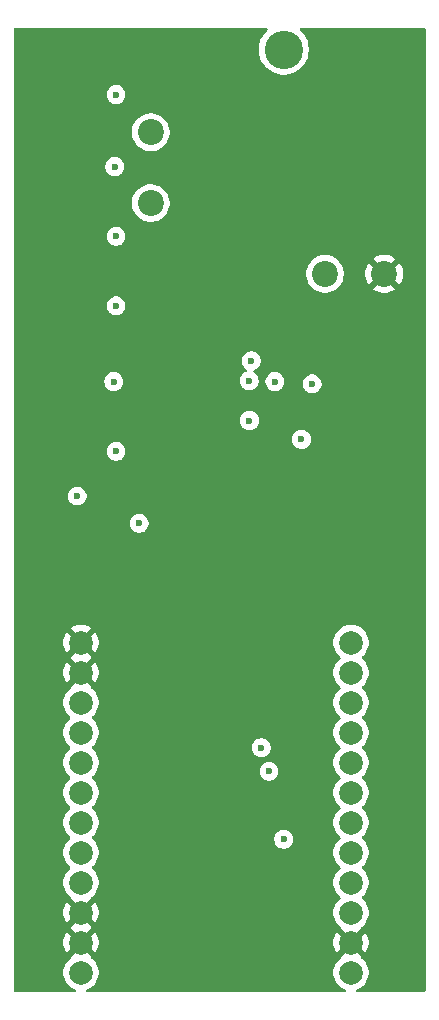
<source format=gbr>
%TF.GenerationSoftware,KiCad,Pcbnew,9.0.4*%
%TF.CreationDate,2025-08-31T21:44:58-07:00*%
%TF.ProjectId,motion-play-v4,6d6f7469-6f6e-42d7-906c-61792d76342e,rev?*%
%TF.SameCoordinates,Original*%
%TF.FileFunction,Copper,L2,Inr*%
%TF.FilePolarity,Positive*%
%FSLAX46Y46*%
G04 Gerber Fmt 4.6, Leading zero omitted, Abs format (unit mm)*
G04 Created by KiCad (PCBNEW 9.0.4) date 2025-08-31 21:44:58*
%MOMM*%
%LPD*%
G01*
G04 APERTURE LIST*
%TA.AperFunction,ComponentPad*%
%ADD10C,2.000000*%
%TD*%
%TA.AperFunction,WasherPad*%
%ADD11C,3.250000*%
%TD*%
%TA.AperFunction,ComponentPad*%
%ADD12C,2.200000*%
%TD*%
%TA.AperFunction,ViaPad*%
%ADD13C,0.600000*%
%TD*%
G04 APERTURE END LIST*
D10*
%TO.N,Net-(3V2-Pad1)*%
%TO.C,U2*%
X164700000Y-112100000D03*
%TO.N,Net-(U2-1)*%
X164700000Y-114640000D03*
%TO.N,Net-(J3-Pin_2)*%
X164700000Y-117180000D03*
%TO.N,Net-(U2-3)*%
X164700000Y-119720000D03*
%TO.N,Net-(U2-10)*%
X164700000Y-122260000D03*
%TO.N,Net-(J4-Pin_3)*%
X164700000Y-124800000D03*
%TO.N,Net-(J6-Pin_3)*%
X164700000Y-127340000D03*
%TO.N,Net-(J8-Pin_3)*%
X164700000Y-129880000D03*
%TO.N,unconnected-(U2-NC-Pad9)*%
X164700000Y-132420000D03*
%TO.N,unconnected-(U2-NC-Pad10)*%
X164700000Y-134960000D03*
%TO.N,/GND*%
X164700000Y-137500000D03*
%TO.N,/+5V*%
X164700000Y-140040000D03*
%TO.N,/GND*%
X141838136Y-112100000D03*
X141838136Y-114640000D03*
%TO.N,/SDA*%
X141838136Y-117180000D03*
%TO.N,/SCL*%
X141838136Y-119720000D03*
%TO.N,Net-(U2-18)*%
X141838136Y-122260000D03*
%TO.N,Net-(U2-17)*%
X141838136Y-124800000D03*
%TO.N,Net-(U2-21)*%
X141838136Y-127340000D03*
%TO.N,Net-(U2-16)*%
X141838136Y-129880000D03*
%TO.N,unconnected-(U2-NC-Pad21)*%
X141838136Y-132420000D03*
%TO.N,/GND*%
X141838136Y-134960000D03*
X141838136Y-137500000D03*
%TO.N,Net-(3V1-Pad1)*%
X141838136Y-140040000D03*
%TD*%
D11*
%TO.N,*%
%TO.C,J2*%
X158997500Y-61887500D03*
D12*
%TO.N,/GND*%
X167497500Y-80887500D03*
%TO.N,/+5V*%
X162497500Y-80887500D03*
%TO.N,N/C*%
X147747500Y-74887500D03*
X147747500Y-68887500D03*
%TD*%
D13*
%TO.N,/+3.3V*%
X144800000Y-83600000D03*
X146750000Y-102000000D03*
X156100000Y-93300000D03*
X144600000Y-90000000D03*
X156075000Y-89922500D03*
X144800000Y-95900000D03*
X144700000Y-71800000D03*
X144800000Y-65700000D03*
X144800000Y-77700000D03*
X141500000Y-99700000D03*
%TO.N,/GND*%
X147197500Y-100200000D03*
X154125001Y-90049173D03*
X152597500Y-100400000D03*
X151097500Y-100200000D03*
X148875000Y-86322500D03*
X161400000Y-86200000D03*
X159500000Y-99250000D03*
X156075000Y-86422500D03*
X155475000Y-87022500D03*
X162597500Y-100200000D03*
X141500000Y-100700000D03*
%TO.N,/+5V*%
X161397500Y-90200000D03*
X160497500Y-94900000D03*
%TO.N,Net-(J4-Pin_3)*%
X157100000Y-121000000D03*
%TO.N,Net-(J6-Pin_3)*%
X157750000Y-123000000D03*
%TO.N,Net-(J8-Pin_3)*%
X159000000Y-128750000D03*
%TO.N,Net-(U2-10)*%
X156250000Y-88250000D03*
X158250000Y-90000000D03*
%TD*%
%TA.AperFunction,Conductor*%
%TO.N,/GND*%
G36*
X157601755Y-60070185D02*
G01*
X157647510Y-60122989D01*
X157657454Y-60192147D01*
X157628429Y-60255703D01*
X157610201Y-60272877D01*
X157593051Y-60286035D01*
X157396039Y-60483047D01*
X157396033Y-60483054D01*
X157226425Y-60704093D01*
X157226414Y-60704109D01*
X157087109Y-60945390D01*
X157087104Y-60945401D01*
X156980484Y-61202804D01*
X156980481Y-61202814D01*
X156908369Y-61471943D01*
X156908366Y-61471956D01*
X156872001Y-61748177D01*
X156872000Y-61748193D01*
X156872000Y-62026806D01*
X156872001Y-62026822D01*
X156908366Y-62303043D01*
X156908367Y-62303048D01*
X156908368Y-62303054D01*
X156908369Y-62303056D01*
X156980481Y-62572185D01*
X156980484Y-62572195D01*
X157087104Y-62829598D01*
X157087109Y-62829609D01*
X157226414Y-63070890D01*
X157226425Y-63070906D01*
X157396033Y-63291945D01*
X157396039Y-63291952D01*
X157593047Y-63488960D01*
X157593053Y-63488965D01*
X157814102Y-63658581D01*
X157814109Y-63658585D01*
X158055390Y-63797890D01*
X158055395Y-63797892D01*
X158055398Y-63797894D01*
X158312814Y-63904519D01*
X158581946Y-63976632D01*
X158858187Y-64013000D01*
X158858194Y-64013000D01*
X159136806Y-64013000D01*
X159136813Y-64013000D01*
X159413054Y-63976632D01*
X159682186Y-63904519D01*
X159939602Y-63797894D01*
X160180898Y-63658581D01*
X160401947Y-63488965D01*
X160598965Y-63291947D01*
X160768581Y-63070898D01*
X160907894Y-62829602D01*
X161014519Y-62572186D01*
X161086632Y-62303054D01*
X161123000Y-62026813D01*
X161123000Y-61748187D01*
X161086632Y-61471946D01*
X161014519Y-61202814D01*
X160907894Y-60945398D01*
X160907892Y-60945395D01*
X160907890Y-60945390D01*
X160768585Y-60704109D01*
X160768581Y-60704102D01*
X160598965Y-60483053D01*
X160598960Y-60483047D01*
X160401948Y-60286035D01*
X160384799Y-60272877D01*
X160343595Y-60216450D01*
X160339440Y-60146704D01*
X160373651Y-60085783D01*
X160435368Y-60053029D01*
X160460284Y-60050500D01*
X170888000Y-60050500D01*
X170955039Y-60070185D01*
X171000794Y-60122989D01*
X171012000Y-60174500D01*
X171012000Y-141575500D01*
X170992315Y-141642539D01*
X170939511Y-141688294D01*
X170888000Y-141699500D01*
X165231210Y-141699500D01*
X165164171Y-141679815D01*
X165118416Y-141627011D01*
X165108472Y-141557853D01*
X165137497Y-141494297D01*
X165192890Y-141457569D01*
X165275992Y-141430568D01*
X165486433Y-141323343D01*
X165677510Y-141184517D01*
X165844517Y-141017510D01*
X165983343Y-140826433D01*
X166090568Y-140615992D01*
X166163553Y-140391368D01*
X166200500Y-140158097D01*
X166200500Y-139921902D01*
X166163553Y-139688631D01*
X166090566Y-139464003D01*
X165983342Y-139253566D01*
X165844517Y-139062490D01*
X165677510Y-138895483D01*
X165618282Y-138852451D01*
X165575617Y-138797122D01*
X165567550Y-138742404D01*
X165569104Y-138722657D01*
X164829408Y-137982962D01*
X164892993Y-137965925D01*
X165007007Y-137900099D01*
X165100099Y-137807007D01*
X165165925Y-137692993D01*
X165182962Y-137629408D01*
X165922658Y-138369105D01*
X165922658Y-138369104D01*
X165982914Y-138286169D01*
X165982918Y-138286163D01*
X166090102Y-138075802D01*
X166163065Y-137851247D01*
X166200000Y-137618052D01*
X166200000Y-137381947D01*
X166163065Y-137148752D01*
X166090102Y-136924197D01*
X165982914Y-136713828D01*
X165922658Y-136630894D01*
X165922658Y-136630893D01*
X165182962Y-137370590D01*
X165165925Y-137307007D01*
X165100099Y-137192993D01*
X165007007Y-137099901D01*
X164892993Y-137034075D01*
X164829409Y-137017037D01*
X165569105Y-136277340D01*
X165567551Y-136257594D01*
X165581915Y-136189216D01*
X165618284Y-136147547D01*
X165677510Y-136104517D01*
X165844517Y-135937510D01*
X165983343Y-135746433D01*
X166090568Y-135535992D01*
X166163553Y-135311368D01*
X166188637Y-135152993D01*
X166200500Y-135078097D01*
X166200500Y-134841902D01*
X166163553Y-134608631D01*
X166090566Y-134384003D01*
X165983477Y-134173830D01*
X165983343Y-134173567D01*
X165844517Y-133982490D01*
X165677510Y-133815483D01*
X165642872Y-133790317D01*
X165600207Y-133734989D01*
X165594228Y-133665375D01*
X165626833Y-133603580D01*
X165642873Y-133589682D01*
X165677510Y-133564517D01*
X165844517Y-133397510D01*
X165983343Y-133206433D01*
X166090568Y-132995992D01*
X166163553Y-132771368D01*
X166200500Y-132538097D01*
X166200500Y-132301902D01*
X166163553Y-132068631D01*
X166090566Y-131844003D01*
X165983342Y-131633566D01*
X165844517Y-131442490D01*
X165677510Y-131275483D01*
X165642872Y-131250317D01*
X165600207Y-131194989D01*
X165594228Y-131125375D01*
X165626833Y-131063580D01*
X165642873Y-131049682D01*
X165677510Y-131024517D01*
X165844517Y-130857510D01*
X165983343Y-130666433D01*
X166090568Y-130455992D01*
X166163553Y-130231368D01*
X166200500Y-129998097D01*
X166200500Y-129761902D01*
X166163553Y-129528631D01*
X166090566Y-129304003D01*
X166001488Y-129129179D01*
X165983343Y-129093567D01*
X165844517Y-128902490D01*
X165677510Y-128735483D01*
X165642872Y-128710317D01*
X165600207Y-128654989D01*
X165594228Y-128585375D01*
X165626833Y-128523580D01*
X165642873Y-128509682D01*
X165677510Y-128484517D01*
X165844517Y-128317510D01*
X165983343Y-128126433D01*
X166090568Y-127915992D01*
X166163553Y-127691368D01*
X166200500Y-127458097D01*
X166200500Y-127221902D01*
X166163553Y-126988631D01*
X166090566Y-126764003D01*
X165983342Y-126553566D01*
X165844517Y-126362490D01*
X165677510Y-126195483D01*
X165642872Y-126170317D01*
X165600207Y-126114989D01*
X165594228Y-126045375D01*
X165626833Y-125983580D01*
X165642873Y-125969682D01*
X165677510Y-125944517D01*
X165844517Y-125777510D01*
X165983343Y-125586433D01*
X166090568Y-125375992D01*
X166163553Y-125151368D01*
X166200500Y-124918097D01*
X166200500Y-124681902D01*
X166163553Y-124448631D01*
X166090566Y-124224003D01*
X165983342Y-124013566D01*
X165844517Y-123822490D01*
X165677510Y-123655483D01*
X165642872Y-123630317D01*
X165600207Y-123574989D01*
X165594228Y-123505375D01*
X165626833Y-123443580D01*
X165642873Y-123429682D01*
X165677510Y-123404517D01*
X165844517Y-123237510D01*
X165983343Y-123046433D01*
X166090568Y-122835992D01*
X166163553Y-122611368D01*
X166200500Y-122378097D01*
X166200500Y-122141902D01*
X166163553Y-121908631D01*
X166090566Y-121684003D01*
X166002055Y-121510292D01*
X165983343Y-121473567D01*
X165844517Y-121282490D01*
X165677510Y-121115483D01*
X165642872Y-121090317D01*
X165600207Y-121034989D01*
X165594228Y-120965375D01*
X165626833Y-120903580D01*
X165642873Y-120889682D01*
X165677510Y-120864517D01*
X165844517Y-120697510D01*
X165983343Y-120506433D01*
X166090568Y-120295992D01*
X166163553Y-120071368D01*
X166200500Y-119838097D01*
X166200500Y-119601902D01*
X166163553Y-119368631D01*
X166090566Y-119144003D01*
X165983342Y-118933566D01*
X165844517Y-118742490D01*
X165677510Y-118575483D01*
X165642872Y-118550317D01*
X165600207Y-118494989D01*
X165594228Y-118425375D01*
X165626833Y-118363580D01*
X165642873Y-118349682D01*
X165677510Y-118324517D01*
X165844517Y-118157510D01*
X165983343Y-117966433D01*
X166090568Y-117755992D01*
X166163553Y-117531368D01*
X166200500Y-117298097D01*
X166200500Y-117061902D01*
X166163553Y-116828631D01*
X166090566Y-116604003D01*
X165983342Y-116393566D01*
X165844517Y-116202490D01*
X165677510Y-116035483D01*
X165642872Y-116010317D01*
X165600207Y-115954989D01*
X165594228Y-115885375D01*
X165626833Y-115823580D01*
X165642873Y-115809682D01*
X165677510Y-115784517D01*
X165844517Y-115617510D01*
X165983343Y-115426433D01*
X166090568Y-115215992D01*
X166163553Y-114991368D01*
X166188637Y-114832993D01*
X166200500Y-114758097D01*
X166200500Y-114521902D01*
X166163553Y-114288631D01*
X166090566Y-114064003D01*
X165983477Y-113853830D01*
X165983343Y-113853567D01*
X165844517Y-113662490D01*
X165677510Y-113495483D01*
X165642872Y-113470317D01*
X165600207Y-113414989D01*
X165594228Y-113345375D01*
X165626833Y-113283580D01*
X165642873Y-113269682D01*
X165677510Y-113244517D01*
X165844517Y-113077510D01*
X165983343Y-112886433D01*
X166090568Y-112675992D01*
X166163553Y-112451368D01*
X166188637Y-112292993D01*
X166200500Y-112218097D01*
X166200500Y-111981902D01*
X166163553Y-111748631D01*
X166090566Y-111524003D01*
X165983477Y-111313830D01*
X165983343Y-111313567D01*
X165844517Y-111122490D01*
X165677510Y-110955483D01*
X165486433Y-110816657D01*
X165275996Y-110709433D01*
X165051368Y-110636446D01*
X164818097Y-110599500D01*
X164818092Y-110599500D01*
X164581908Y-110599500D01*
X164581903Y-110599500D01*
X164348631Y-110636446D01*
X164124003Y-110709433D01*
X163913566Y-110816657D01*
X163830047Y-110877338D01*
X163722490Y-110955483D01*
X163722488Y-110955485D01*
X163722487Y-110955485D01*
X163555485Y-111122487D01*
X163555485Y-111122488D01*
X163555483Y-111122490D01*
X163495862Y-111204550D01*
X163416657Y-111313566D01*
X163309433Y-111524003D01*
X163236446Y-111748631D01*
X163199500Y-111981902D01*
X163199500Y-112218097D01*
X163236446Y-112451368D01*
X163309433Y-112675996D01*
X163416519Y-112886163D01*
X163416657Y-112886433D01*
X163555483Y-113077510D01*
X163722490Y-113244517D01*
X163757127Y-113269683D01*
X163799792Y-113325013D01*
X163805771Y-113394626D01*
X163773165Y-113456421D01*
X163757130Y-113470315D01*
X163739365Y-113483222D01*
X163722488Y-113495484D01*
X163555485Y-113662487D01*
X163555485Y-113662488D01*
X163555483Y-113662490D01*
X163495862Y-113744550D01*
X163416657Y-113853566D01*
X163309433Y-114064003D01*
X163236446Y-114288631D01*
X163199500Y-114521902D01*
X163199500Y-114758097D01*
X163236446Y-114991368D01*
X163309433Y-115215996D01*
X163416519Y-115426163D01*
X163416657Y-115426433D01*
X163555483Y-115617510D01*
X163722490Y-115784517D01*
X163757127Y-115809683D01*
X163799792Y-115865013D01*
X163805771Y-115934626D01*
X163773165Y-115996421D01*
X163757130Y-116010315D01*
X163739365Y-116023222D01*
X163722488Y-116035484D01*
X163555485Y-116202487D01*
X163555485Y-116202488D01*
X163555483Y-116202490D01*
X163495862Y-116284550D01*
X163416657Y-116393566D01*
X163309433Y-116604003D01*
X163236446Y-116828631D01*
X163199500Y-117061902D01*
X163199500Y-117298097D01*
X163236446Y-117531368D01*
X163309433Y-117755996D01*
X163416657Y-117966433D01*
X163555483Y-118157510D01*
X163722490Y-118324517D01*
X163757127Y-118349683D01*
X163799792Y-118405013D01*
X163805771Y-118474626D01*
X163773165Y-118536421D01*
X163757130Y-118550315D01*
X163739365Y-118563222D01*
X163722488Y-118575484D01*
X163555485Y-118742487D01*
X163555485Y-118742488D01*
X163555483Y-118742490D01*
X163495862Y-118824550D01*
X163416657Y-118933566D01*
X163309433Y-119144003D01*
X163236446Y-119368631D01*
X163199500Y-119601902D01*
X163199500Y-119838097D01*
X163236446Y-120071368D01*
X163309433Y-120295996D01*
X163408135Y-120489707D01*
X163416657Y-120506433D01*
X163555483Y-120697510D01*
X163722490Y-120864517D01*
X163757127Y-120889683D01*
X163799792Y-120945013D01*
X163805771Y-121014626D01*
X163773165Y-121076421D01*
X163757130Y-121090315D01*
X163739365Y-121103222D01*
X163722488Y-121115484D01*
X163555485Y-121282487D01*
X163555485Y-121282488D01*
X163555483Y-121282490D01*
X163495862Y-121364550D01*
X163416657Y-121473566D01*
X163309433Y-121684003D01*
X163236446Y-121908631D01*
X163199500Y-122141902D01*
X163199500Y-122378097D01*
X163236446Y-122611368D01*
X163309433Y-122835996D01*
X163352826Y-122921158D01*
X163416657Y-123046433D01*
X163555483Y-123237510D01*
X163722490Y-123404517D01*
X163757127Y-123429683D01*
X163799792Y-123485013D01*
X163805771Y-123554626D01*
X163773165Y-123616421D01*
X163757130Y-123630315D01*
X163739365Y-123643222D01*
X163722488Y-123655484D01*
X163555485Y-123822487D01*
X163555485Y-123822488D01*
X163555483Y-123822490D01*
X163495862Y-123904550D01*
X163416657Y-124013566D01*
X163309433Y-124224003D01*
X163236446Y-124448631D01*
X163199500Y-124681902D01*
X163199500Y-124918097D01*
X163236446Y-125151368D01*
X163309433Y-125375996D01*
X163416657Y-125586433D01*
X163555483Y-125777510D01*
X163722490Y-125944517D01*
X163757127Y-125969683D01*
X163799792Y-126025013D01*
X163805771Y-126094626D01*
X163773165Y-126156421D01*
X163757130Y-126170315D01*
X163739365Y-126183222D01*
X163722488Y-126195484D01*
X163555485Y-126362487D01*
X163555485Y-126362488D01*
X163555483Y-126362490D01*
X163495862Y-126444550D01*
X163416657Y-126553566D01*
X163309433Y-126764003D01*
X163236446Y-126988631D01*
X163199500Y-127221902D01*
X163199500Y-127458097D01*
X163236446Y-127691368D01*
X163309433Y-127915996D01*
X163416657Y-128126433D01*
X163555483Y-128317510D01*
X163722490Y-128484517D01*
X163757127Y-128509683D01*
X163799792Y-128565013D01*
X163805771Y-128634626D01*
X163773165Y-128696421D01*
X163757130Y-128710315D01*
X163739365Y-128723222D01*
X163722488Y-128735484D01*
X163555485Y-128902487D01*
X163555485Y-128902488D01*
X163555483Y-128902490D01*
X163496634Y-128983489D01*
X163416657Y-129093566D01*
X163309433Y-129304003D01*
X163236446Y-129528631D01*
X163199500Y-129761902D01*
X163199500Y-129998097D01*
X163236446Y-130231368D01*
X163309433Y-130455996D01*
X163416657Y-130666433D01*
X163555483Y-130857510D01*
X163722490Y-131024517D01*
X163757127Y-131049683D01*
X163799792Y-131105013D01*
X163805771Y-131174626D01*
X163773165Y-131236421D01*
X163757130Y-131250315D01*
X163739365Y-131263222D01*
X163722488Y-131275484D01*
X163555485Y-131442487D01*
X163555485Y-131442488D01*
X163555483Y-131442490D01*
X163495862Y-131524550D01*
X163416657Y-131633566D01*
X163309433Y-131844003D01*
X163236446Y-132068631D01*
X163199500Y-132301902D01*
X163199500Y-132538097D01*
X163236446Y-132771368D01*
X163309433Y-132995996D01*
X163416657Y-133206433D01*
X163555483Y-133397510D01*
X163722490Y-133564517D01*
X163757127Y-133589683D01*
X163799792Y-133645013D01*
X163805771Y-133714626D01*
X163773165Y-133776421D01*
X163757130Y-133790315D01*
X163739365Y-133803222D01*
X163722488Y-133815484D01*
X163555485Y-133982487D01*
X163555485Y-133982488D01*
X163555483Y-133982490D01*
X163495862Y-134064550D01*
X163416657Y-134173566D01*
X163309433Y-134384003D01*
X163236446Y-134608631D01*
X163199500Y-134841902D01*
X163199500Y-135078097D01*
X163236446Y-135311368D01*
X163309433Y-135535996D01*
X163416519Y-135746163D01*
X163416657Y-135746433D01*
X163555483Y-135937510D01*
X163722490Y-136104517D01*
X163781716Y-136147547D01*
X163824381Y-136202875D01*
X163832448Y-136257593D01*
X163830893Y-136277340D01*
X164570591Y-137017037D01*
X164507007Y-137034075D01*
X164392993Y-137099901D01*
X164299901Y-137192993D01*
X164234075Y-137307007D01*
X164217037Y-137370591D01*
X163477340Y-136630894D01*
X163417084Y-136713830D01*
X163309897Y-136924197D01*
X163236934Y-137148752D01*
X163200000Y-137381947D01*
X163200000Y-137618052D01*
X163236934Y-137851247D01*
X163309897Y-138075802D01*
X163417087Y-138286174D01*
X163477338Y-138369104D01*
X163477340Y-138369105D01*
X164217037Y-137629408D01*
X164234075Y-137692993D01*
X164299901Y-137807007D01*
X164392993Y-137900099D01*
X164507007Y-137965925D01*
X164570590Y-137982962D01*
X163830893Y-138722658D01*
X163832448Y-138742405D01*
X163818084Y-138810783D01*
X163781717Y-138852451D01*
X163722490Y-138895482D01*
X163555485Y-139062487D01*
X163555485Y-139062488D01*
X163555483Y-139062490D01*
X163495862Y-139144550D01*
X163416657Y-139253566D01*
X163309433Y-139464003D01*
X163236446Y-139688631D01*
X163199500Y-139921902D01*
X163199500Y-140158097D01*
X163236446Y-140391368D01*
X163309433Y-140615996D01*
X163416657Y-140826433D01*
X163555483Y-141017510D01*
X163722490Y-141184517D01*
X163913567Y-141323343D01*
X164012991Y-141374002D01*
X164124003Y-141430566D01*
X164124005Y-141430566D01*
X164124008Y-141430568D01*
X164207109Y-141457569D01*
X164264784Y-141497007D01*
X164291982Y-141561366D01*
X164280067Y-141630212D01*
X164232823Y-141681688D01*
X164168790Y-141699500D01*
X142369346Y-141699500D01*
X142302307Y-141679815D01*
X142256552Y-141627011D01*
X142246608Y-141557853D01*
X142275633Y-141494297D01*
X142331026Y-141457569D01*
X142414128Y-141430568D01*
X142624569Y-141323343D01*
X142815646Y-141184517D01*
X142982653Y-141017510D01*
X143121479Y-140826433D01*
X143228704Y-140615992D01*
X143301689Y-140391368D01*
X143338636Y-140158097D01*
X143338636Y-139921902D01*
X143301689Y-139688631D01*
X143228702Y-139464003D01*
X143121478Y-139253566D01*
X142982653Y-139062490D01*
X142815646Y-138895483D01*
X142756418Y-138852451D01*
X142713753Y-138797122D01*
X142705686Y-138742404D01*
X142707240Y-138722657D01*
X141967544Y-137982962D01*
X142031129Y-137965925D01*
X142145143Y-137900099D01*
X142238235Y-137807007D01*
X142304061Y-137692993D01*
X142321098Y-137629409D01*
X143060794Y-138369105D01*
X143060794Y-138369104D01*
X143121050Y-138286169D01*
X143121054Y-138286163D01*
X143228238Y-138075802D01*
X143301201Y-137851247D01*
X143338136Y-137618052D01*
X143338136Y-137381947D01*
X143301201Y-137148752D01*
X143228238Y-136924197D01*
X143121050Y-136713828D01*
X143060794Y-136630894D01*
X143060794Y-136630893D01*
X142321098Y-137370590D01*
X142304061Y-137307007D01*
X142238235Y-137192993D01*
X142145143Y-137099901D01*
X142031129Y-137034075D01*
X141967545Y-137017037D01*
X142707240Y-136277340D01*
X142704280Y-136239735D01*
X142704280Y-136220275D01*
X142707240Y-136182657D01*
X141967544Y-135442962D01*
X142031129Y-135425925D01*
X142145143Y-135360099D01*
X142238235Y-135267007D01*
X142304061Y-135152993D01*
X142321098Y-135089409D01*
X143060794Y-135829105D01*
X143060794Y-135829104D01*
X143121050Y-135746169D01*
X143121054Y-135746163D01*
X143228238Y-135535802D01*
X143301201Y-135311247D01*
X143338136Y-135078052D01*
X143338136Y-134841947D01*
X143301201Y-134608752D01*
X143228238Y-134384197D01*
X143121050Y-134173828D01*
X143060794Y-134090894D01*
X143060794Y-134090893D01*
X142321098Y-134830590D01*
X142304061Y-134767007D01*
X142238235Y-134652993D01*
X142145143Y-134559901D01*
X142031129Y-134494075D01*
X141967545Y-134477037D01*
X142707241Y-133737340D01*
X142705687Y-133717594D01*
X142720051Y-133649216D01*
X142756420Y-133607547D01*
X142815646Y-133564517D01*
X142982653Y-133397510D01*
X143121479Y-133206433D01*
X143228704Y-132995992D01*
X143301689Y-132771368D01*
X143338636Y-132538097D01*
X143338636Y-132301902D01*
X143301689Y-132068631D01*
X143228702Y-131844003D01*
X143121478Y-131633566D01*
X142982653Y-131442490D01*
X142815646Y-131275483D01*
X142781008Y-131250317D01*
X142738343Y-131194989D01*
X142732364Y-131125375D01*
X142764969Y-131063580D01*
X142781009Y-131049682D01*
X142815646Y-131024517D01*
X142982653Y-130857510D01*
X143121479Y-130666433D01*
X143228704Y-130455992D01*
X143301689Y-130231368D01*
X143338636Y-129998097D01*
X143338636Y-129761902D01*
X143301689Y-129528631D01*
X143228702Y-129304003D01*
X143139624Y-129129179D01*
X143121479Y-129093567D01*
X142982653Y-128902490D01*
X142815646Y-128735483D01*
X142777906Y-128708063D01*
X142774948Y-128705621D01*
X142757432Y-128679743D01*
X142750808Y-128671153D01*
X158199500Y-128671153D01*
X158199500Y-128828846D01*
X158230261Y-128983489D01*
X158230264Y-128983501D01*
X158290602Y-129129172D01*
X158290609Y-129129185D01*
X158378210Y-129260288D01*
X158378213Y-129260292D01*
X158489707Y-129371786D01*
X158489711Y-129371789D01*
X158620814Y-129459390D01*
X158620827Y-129459397D01*
X158766498Y-129519735D01*
X158766503Y-129519737D01*
X158921153Y-129550499D01*
X158921156Y-129550500D01*
X158921158Y-129550500D01*
X159078844Y-129550500D01*
X159078845Y-129550499D01*
X159233497Y-129519737D01*
X159379179Y-129459394D01*
X159510289Y-129371789D01*
X159621789Y-129260289D01*
X159709394Y-129129179D01*
X159769737Y-128983497D01*
X159800500Y-128828842D01*
X159800500Y-128671158D01*
X159800500Y-128671155D01*
X159800499Y-128671153D01*
X159793233Y-128634626D01*
X159769737Y-128516503D01*
X159756487Y-128484514D01*
X159709397Y-128370827D01*
X159709390Y-128370814D01*
X159621789Y-128239711D01*
X159621786Y-128239707D01*
X159510292Y-128128213D01*
X159510288Y-128128210D01*
X159379185Y-128040609D01*
X159379172Y-128040602D01*
X159233501Y-127980264D01*
X159233489Y-127980261D01*
X159078845Y-127949500D01*
X159078842Y-127949500D01*
X158921158Y-127949500D01*
X158921155Y-127949500D01*
X158766510Y-127980261D01*
X158766498Y-127980264D01*
X158620827Y-128040602D01*
X158620814Y-128040609D01*
X158489711Y-128128210D01*
X158489707Y-128128213D01*
X158378213Y-128239707D01*
X158378210Y-128239711D01*
X158290609Y-128370814D01*
X158290602Y-128370827D01*
X158230264Y-128516498D01*
X158230261Y-128516510D01*
X158199500Y-128671153D01*
X142750808Y-128671153D01*
X142738343Y-128654989D01*
X142738003Y-128651041D01*
X142735783Y-128647760D01*
X142735038Y-128616509D01*
X142732364Y-128585375D01*
X142734212Y-128581871D01*
X142734118Y-128577910D01*
X142750384Y-128551221D01*
X142764969Y-128523580D01*
X142769764Y-128519425D01*
X142770481Y-128518249D01*
X142771939Y-128517540D01*
X142781009Y-128509682D01*
X142815646Y-128484517D01*
X142982653Y-128317510D01*
X143121479Y-128126433D01*
X143228704Y-127915992D01*
X143301689Y-127691368D01*
X143338636Y-127458097D01*
X143338636Y-127221902D01*
X143301689Y-126988631D01*
X143228702Y-126764003D01*
X143121478Y-126553566D01*
X142982653Y-126362490D01*
X142815646Y-126195483D01*
X142781008Y-126170317D01*
X142738343Y-126114989D01*
X142732364Y-126045375D01*
X142764969Y-125983580D01*
X142781009Y-125969682D01*
X142815646Y-125944517D01*
X142982653Y-125777510D01*
X143121479Y-125586433D01*
X143228704Y-125375992D01*
X143301689Y-125151368D01*
X143338636Y-124918097D01*
X143338636Y-124681902D01*
X143301689Y-124448631D01*
X143228702Y-124224003D01*
X143121478Y-124013566D01*
X142982653Y-123822490D01*
X142815646Y-123655483D01*
X142781008Y-123630317D01*
X142738343Y-123574989D01*
X142732364Y-123505375D01*
X142764969Y-123443580D01*
X142781009Y-123429682D01*
X142815646Y-123404517D01*
X142982653Y-123237510D01*
X143121479Y-123046433D01*
X143185313Y-122921153D01*
X156949500Y-122921153D01*
X156949500Y-123078846D01*
X156980261Y-123233489D01*
X156980264Y-123233501D01*
X157040602Y-123379172D01*
X157040609Y-123379185D01*
X157128210Y-123510288D01*
X157128213Y-123510292D01*
X157239707Y-123621786D01*
X157239711Y-123621789D01*
X157370814Y-123709390D01*
X157370827Y-123709397D01*
X157516498Y-123769735D01*
X157516503Y-123769737D01*
X157671153Y-123800499D01*
X157671156Y-123800500D01*
X157671158Y-123800500D01*
X157828844Y-123800500D01*
X157828845Y-123800499D01*
X157983497Y-123769737D01*
X158129179Y-123709394D01*
X158260289Y-123621789D01*
X158371789Y-123510289D01*
X158459394Y-123379179D01*
X158519737Y-123233497D01*
X158550500Y-123078842D01*
X158550500Y-122921158D01*
X158550500Y-122921155D01*
X158550499Y-122921153D01*
X158538090Y-122858769D01*
X158519737Y-122766503D01*
X158519735Y-122766498D01*
X158459397Y-122620827D01*
X158459390Y-122620814D01*
X158371789Y-122489711D01*
X158371786Y-122489707D01*
X158260292Y-122378213D01*
X158260288Y-122378210D01*
X158129185Y-122290609D01*
X158129172Y-122290602D01*
X157983501Y-122230264D01*
X157983489Y-122230261D01*
X157828845Y-122199500D01*
X157828842Y-122199500D01*
X157671158Y-122199500D01*
X157671155Y-122199500D01*
X157516510Y-122230261D01*
X157516498Y-122230264D01*
X157370827Y-122290602D01*
X157370814Y-122290609D01*
X157239711Y-122378210D01*
X157239707Y-122378213D01*
X157128213Y-122489707D01*
X157128210Y-122489711D01*
X157040609Y-122620814D01*
X157040602Y-122620827D01*
X156980264Y-122766498D01*
X156980261Y-122766510D01*
X156949500Y-122921153D01*
X143185313Y-122921153D01*
X143217099Y-122858769D01*
X143228701Y-122835999D01*
X143228701Y-122835995D01*
X143228704Y-122835992D01*
X143301689Y-122611368D01*
X143338636Y-122378097D01*
X143338636Y-122141902D01*
X143301689Y-121908631D01*
X143228702Y-121684003D01*
X143140191Y-121510292D01*
X143121479Y-121473567D01*
X142982653Y-121282490D01*
X142815646Y-121115483D01*
X142781008Y-121090317D01*
X142766945Y-121072080D01*
X142749545Y-121056988D01*
X142746012Y-121044934D01*
X142738343Y-121034989D01*
X142736372Y-121012042D01*
X142729894Y-120989939D01*
X142733438Y-120977888D01*
X142732364Y-120965375D01*
X142743112Y-120945004D01*
X142749612Y-120922909D01*
X142751271Y-120921153D01*
X156299500Y-120921153D01*
X156299500Y-121078846D01*
X156330261Y-121233489D01*
X156330264Y-121233501D01*
X156390602Y-121379172D01*
X156390609Y-121379185D01*
X156478210Y-121510288D01*
X156478213Y-121510292D01*
X156589707Y-121621786D01*
X156589711Y-121621789D01*
X156720814Y-121709390D01*
X156720827Y-121709397D01*
X156866498Y-121769735D01*
X156866503Y-121769737D01*
X157021153Y-121800499D01*
X157021156Y-121800500D01*
X157021158Y-121800500D01*
X157178844Y-121800500D01*
X157178845Y-121800499D01*
X157333497Y-121769737D01*
X157479179Y-121709394D01*
X157610289Y-121621789D01*
X157721789Y-121510289D01*
X157809394Y-121379179D01*
X157869737Y-121233497D01*
X157900500Y-121078842D01*
X157900500Y-120921158D01*
X157900500Y-120921155D01*
X157900499Y-120921153D01*
X157869738Y-120766510D01*
X157869737Y-120766503D01*
X157841160Y-120697511D01*
X157809397Y-120620827D01*
X157809390Y-120620814D01*
X157721789Y-120489711D01*
X157721786Y-120489707D01*
X157610292Y-120378213D01*
X157610288Y-120378210D01*
X157479185Y-120290609D01*
X157479172Y-120290602D01*
X157333501Y-120230264D01*
X157333489Y-120230261D01*
X157178845Y-120199500D01*
X157178842Y-120199500D01*
X157021158Y-120199500D01*
X157021155Y-120199500D01*
X156866510Y-120230261D01*
X156866498Y-120230264D01*
X156720827Y-120290602D01*
X156720814Y-120290609D01*
X156589711Y-120378210D01*
X156589707Y-120378213D01*
X156478213Y-120489707D01*
X156478210Y-120489711D01*
X156390609Y-120620814D01*
X156390602Y-120620827D01*
X156330264Y-120766498D01*
X156330261Y-120766510D01*
X156299500Y-120921153D01*
X142751271Y-120921153D01*
X142761292Y-120910547D01*
X142764969Y-120903580D01*
X142772738Y-120896247D01*
X142776730Y-120892790D01*
X142815646Y-120864517D01*
X142982653Y-120697510D01*
X143121479Y-120506433D01*
X143228704Y-120295992D01*
X143301689Y-120071368D01*
X143338636Y-119838097D01*
X143338636Y-119601902D01*
X143301689Y-119368631D01*
X143228702Y-119144003D01*
X143121478Y-118933566D01*
X142982653Y-118742490D01*
X142815646Y-118575483D01*
X142781008Y-118550317D01*
X142738343Y-118494989D01*
X142732364Y-118425375D01*
X142764969Y-118363580D01*
X142781009Y-118349682D01*
X142815646Y-118324517D01*
X142982653Y-118157510D01*
X143121479Y-117966433D01*
X143228704Y-117755992D01*
X143301689Y-117531368D01*
X143338636Y-117298097D01*
X143338636Y-117061902D01*
X143301689Y-116828631D01*
X143228702Y-116604003D01*
X143121478Y-116393566D01*
X142982653Y-116202490D01*
X142815646Y-116035483D01*
X142756418Y-115992451D01*
X142713753Y-115937122D01*
X142705686Y-115882404D01*
X142707240Y-115862657D01*
X141967544Y-115122962D01*
X142031129Y-115105925D01*
X142145143Y-115040099D01*
X142238235Y-114947007D01*
X142304061Y-114832993D01*
X142321098Y-114769409D01*
X143060794Y-115509105D01*
X143060794Y-115509104D01*
X143121050Y-115426169D01*
X143121054Y-115426163D01*
X143228238Y-115215802D01*
X143301201Y-114991247D01*
X143338136Y-114758052D01*
X143338136Y-114521947D01*
X143301201Y-114288752D01*
X143228238Y-114064197D01*
X143121050Y-113853828D01*
X143060794Y-113770894D01*
X143060794Y-113770893D01*
X142321098Y-114510590D01*
X142304061Y-114447007D01*
X142238235Y-114332993D01*
X142145143Y-114239901D01*
X142031129Y-114174075D01*
X141967545Y-114157037D01*
X142707240Y-113417340D01*
X142704280Y-113379735D01*
X142704280Y-113360275D01*
X142707240Y-113322657D01*
X141967544Y-112582962D01*
X142031129Y-112565925D01*
X142145143Y-112500099D01*
X142238235Y-112407007D01*
X142304061Y-112292993D01*
X142321098Y-112229409D01*
X143060794Y-112969105D01*
X143060794Y-112969104D01*
X143121050Y-112886169D01*
X143121054Y-112886163D01*
X143228238Y-112675802D01*
X143301201Y-112451247D01*
X143338136Y-112218052D01*
X143338136Y-111981947D01*
X143301201Y-111748752D01*
X143228238Y-111524197D01*
X143121050Y-111313828D01*
X143060794Y-111230894D01*
X143060794Y-111230893D01*
X142321098Y-111970590D01*
X142304061Y-111907007D01*
X142238235Y-111792993D01*
X142145143Y-111699901D01*
X142031129Y-111634075D01*
X141967545Y-111617037D01*
X142707241Y-110877340D01*
X142707240Y-110877338D01*
X142624310Y-110817087D01*
X142413938Y-110709897D01*
X142189383Y-110636934D01*
X142189384Y-110636934D01*
X141956188Y-110600000D01*
X141720084Y-110600000D01*
X141486888Y-110636934D01*
X141262333Y-110709897D01*
X141051966Y-110817084D01*
X140969030Y-110877340D01*
X141708727Y-111617037D01*
X141645143Y-111634075D01*
X141531129Y-111699901D01*
X141438037Y-111792993D01*
X141372211Y-111907007D01*
X141355173Y-111970591D01*
X140615476Y-111230894D01*
X140555220Y-111313830D01*
X140448033Y-111524197D01*
X140375070Y-111748752D01*
X140338136Y-111981947D01*
X140338136Y-112218052D01*
X140375070Y-112451247D01*
X140448033Y-112675802D01*
X140555223Y-112886174D01*
X140615474Y-112969104D01*
X140615476Y-112969105D01*
X141355173Y-112229408D01*
X141372211Y-112292993D01*
X141438037Y-112407007D01*
X141531129Y-112500099D01*
X141645143Y-112565925D01*
X141708726Y-112582962D01*
X140969029Y-113322658D01*
X140971990Y-113360276D01*
X140971990Y-113379733D01*
X140969030Y-113417340D01*
X141708727Y-114157037D01*
X141645143Y-114174075D01*
X141531129Y-114239901D01*
X141438037Y-114332993D01*
X141372211Y-114447007D01*
X141355173Y-114510591D01*
X140615476Y-113770894D01*
X140555220Y-113853830D01*
X140448033Y-114064197D01*
X140375070Y-114288752D01*
X140338136Y-114521947D01*
X140338136Y-114758052D01*
X140375070Y-114991247D01*
X140448033Y-115215802D01*
X140555223Y-115426174D01*
X140615474Y-115509104D01*
X140615476Y-115509105D01*
X141355173Y-114769408D01*
X141372211Y-114832993D01*
X141438037Y-114947007D01*
X141531129Y-115040099D01*
X141645143Y-115105925D01*
X141708726Y-115122962D01*
X140969029Y-115862658D01*
X140970584Y-115882405D01*
X140956220Y-115950783D01*
X140919853Y-115992451D01*
X140860626Y-116035482D01*
X140693621Y-116202487D01*
X140693621Y-116202488D01*
X140693619Y-116202490D01*
X140633998Y-116284550D01*
X140554793Y-116393566D01*
X140447569Y-116604003D01*
X140374582Y-116828631D01*
X140337636Y-117061902D01*
X140337636Y-117298097D01*
X140374582Y-117531368D01*
X140447569Y-117755996D01*
X140554793Y-117966433D01*
X140693619Y-118157510D01*
X140860626Y-118324517D01*
X140895263Y-118349683D01*
X140937928Y-118405013D01*
X140943907Y-118474626D01*
X140911301Y-118536421D01*
X140895266Y-118550315D01*
X140877501Y-118563222D01*
X140860624Y-118575484D01*
X140693621Y-118742487D01*
X140693621Y-118742488D01*
X140693619Y-118742490D01*
X140633998Y-118824550D01*
X140554793Y-118933566D01*
X140447569Y-119144003D01*
X140374582Y-119368631D01*
X140337636Y-119601902D01*
X140337636Y-119838097D01*
X140374582Y-120071368D01*
X140447569Y-120295996D01*
X140546271Y-120489707D01*
X140554793Y-120506433D01*
X140693619Y-120697510D01*
X140860626Y-120864517D01*
X140895263Y-120889683D01*
X140937928Y-120945013D01*
X140943907Y-121014626D01*
X140911301Y-121076421D01*
X140895266Y-121090315D01*
X140877501Y-121103222D01*
X140860624Y-121115484D01*
X140693621Y-121282487D01*
X140693621Y-121282488D01*
X140693619Y-121282490D01*
X140633998Y-121364550D01*
X140554793Y-121473566D01*
X140447569Y-121684003D01*
X140374582Y-121908631D01*
X140337636Y-122141902D01*
X140337636Y-122378097D01*
X140374582Y-122611368D01*
X140447569Y-122835996D01*
X140490962Y-122921158D01*
X140554793Y-123046433D01*
X140693619Y-123237510D01*
X140860626Y-123404517D01*
X140895263Y-123429683D01*
X140937928Y-123485013D01*
X140943907Y-123554626D01*
X140911301Y-123616421D01*
X140895266Y-123630315D01*
X140877501Y-123643222D01*
X140860624Y-123655484D01*
X140693621Y-123822487D01*
X140693621Y-123822488D01*
X140693619Y-123822490D01*
X140633998Y-123904550D01*
X140554793Y-124013566D01*
X140447569Y-124224003D01*
X140374582Y-124448631D01*
X140337636Y-124681902D01*
X140337636Y-124918097D01*
X140374582Y-125151368D01*
X140447569Y-125375996D01*
X140554793Y-125586433D01*
X140693619Y-125777510D01*
X140860626Y-125944517D01*
X140895263Y-125969683D01*
X140937928Y-126025013D01*
X140943907Y-126094626D01*
X140911301Y-126156421D01*
X140895266Y-126170315D01*
X140877501Y-126183222D01*
X140860624Y-126195484D01*
X140693621Y-126362487D01*
X140693621Y-126362488D01*
X140693619Y-126362490D01*
X140633998Y-126444550D01*
X140554793Y-126553566D01*
X140447569Y-126764003D01*
X140374582Y-126988631D01*
X140337636Y-127221902D01*
X140337636Y-127458097D01*
X140374582Y-127691368D01*
X140447569Y-127915996D01*
X140554793Y-128126433D01*
X140693619Y-128317510D01*
X140860626Y-128484517D01*
X140895263Y-128509683D01*
X140937928Y-128565013D01*
X140943907Y-128634626D01*
X140911301Y-128696421D01*
X140895266Y-128710315D01*
X140877501Y-128723222D01*
X140860624Y-128735484D01*
X140693621Y-128902487D01*
X140693621Y-128902488D01*
X140693619Y-128902490D01*
X140634770Y-128983489D01*
X140554793Y-129093566D01*
X140447569Y-129304003D01*
X140374582Y-129528631D01*
X140337636Y-129761902D01*
X140337636Y-129998097D01*
X140374582Y-130231368D01*
X140447569Y-130455996D01*
X140554793Y-130666433D01*
X140693619Y-130857510D01*
X140860626Y-131024517D01*
X140895263Y-131049683D01*
X140937928Y-131105013D01*
X140943907Y-131174626D01*
X140911301Y-131236421D01*
X140895266Y-131250315D01*
X140877501Y-131263222D01*
X140860624Y-131275484D01*
X140693621Y-131442487D01*
X140693621Y-131442488D01*
X140693619Y-131442490D01*
X140633998Y-131524550D01*
X140554793Y-131633566D01*
X140447569Y-131844003D01*
X140374582Y-132068631D01*
X140337636Y-132301902D01*
X140337636Y-132538097D01*
X140374582Y-132771368D01*
X140447569Y-132995996D01*
X140554793Y-133206433D01*
X140693619Y-133397510D01*
X140860626Y-133564517D01*
X140919852Y-133607547D01*
X140962517Y-133662875D01*
X140970584Y-133717593D01*
X140969029Y-133737340D01*
X141708727Y-134477037D01*
X141645143Y-134494075D01*
X141531129Y-134559901D01*
X141438037Y-134652993D01*
X141372211Y-134767007D01*
X141355173Y-134830591D01*
X140615476Y-134090894D01*
X140555220Y-134173830D01*
X140448033Y-134384197D01*
X140375070Y-134608752D01*
X140338136Y-134841947D01*
X140338136Y-135078052D01*
X140375070Y-135311247D01*
X140448033Y-135535802D01*
X140555223Y-135746174D01*
X140615474Y-135829104D01*
X140615476Y-135829105D01*
X141355173Y-135089408D01*
X141372211Y-135152993D01*
X141438037Y-135267007D01*
X141531129Y-135360099D01*
X141645143Y-135425925D01*
X141708726Y-135442962D01*
X140969029Y-136182658D01*
X140971990Y-136220276D01*
X140971990Y-136239733D01*
X140969030Y-136277340D01*
X141708727Y-137017037D01*
X141645143Y-137034075D01*
X141531129Y-137099901D01*
X141438037Y-137192993D01*
X141372211Y-137307007D01*
X141355173Y-137370591D01*
X140615476Y-136630894D01*
X140555220Y-136713830D01*
X140448033Y-136924197D01*
X140375070Y-137148752D01*
X140338136Y-137381947D01*
X140338136Y-137618052D01*
X140375070Y-137851247D01*
X140448033Y-138075802D01*
X140555223Y-138286174D01*
X140615474Y-138369104D01*
X140615476Y-138369105D01*
X141355173Y-137629408D01*
X141372211Y-137692993D01*
X141438037Y-137807007D01*
X141531129Y-137900099D01*
X141645143Y-137965925D01*
X141708726Y-137982962D01*
X140969029Y-138722658D01*
X140970584Y-138742405D01*
X140956220Y-138810783D01*
X140919853Y-138852451D01*
X140860626Y-138895482D01*
X140693621Y-139062487D01*
X140693621Y-139062488D01*
X140693619Y-139062490D01*
X140633998Y-139144550D01*
X140554793Y-139253566D01*
X140447569Y-139464003D01*
X140374582Y-139688631D01*
X140337636Y-139921902D01*
X140337636Y-140158097D01*
X140374582Y-140391368D01*
X140447569Y-140615996D01*
X140554793Y-140826433D01*
X140693619Y-141017510D01*
X140860626Y-141184517D01*
X141051703Y-141323343D01*
X141151127Y-141374002D01*
X141262139Y-141430566D01*
X141262141Y-141430566D01*
X141262144Y-141430568D01*
X141345245Y-141457569D01*
X141402920Y-141497007D01*
X141430118Y-141561366D01*
X141418203Y-141630212D01*
X141370959Y-141681688D01*
X141306926Y-141699500D01*
X136287000Y-141699500D01*
X136219961Y-141679815D01*
X136174206Y-141627011D01*
X136163000Y-141575500D01*
X136163000Y-101921153D01*
X145949500Y-101921153D01*
X145949500Y-102078846D01*
X145980261Y-102233489D01*
X145980264Y-102233501D01*
X146040602Y-102379172D01*
X146040609Y-102379185D01*
X146128210Y-102510288D01*
X146128213Y-102510292D01*
X146239707Y-102621786D01*
X146239711Y-102621789D01*
X146370814Y-102709390D01*
X146370827Y-102709397D01*
X146516498Y-102769735D01*
X146516503Y-102769737D01*
X146671153Y-102800499D01*
X146671156Y-102800500D01*
X146671158Y-102800500D01*
X146828844Y-102800500D01*
X146828845Y-102800499D01*
X146983497Y-102769737D01*
X147129179Y-102709394D01*
X147260289Y-102621789D01*
X147371789Y-102510289D01*
X147459394Y-102379179D01*
X147519737Y-102233497D01*
X147550500Y-102078842D01*
X147550500Y-101921158D01*
X147550500Y-101921155D01*
X147550499Y-101921153D01*
X147519738Y-101766510D01*
X147519737Y-101766503D01*
X147519735Y-101766498D01*
X147459397Y-101620827D01*
X147459390Y-101620814D01*
X147371789Y-101489711D01*
X147371786Y-101489707D01*
X147260292Y-101378213D01*
X147260288Y-101378210D01*
X147129185Y-101290609D01*
X147129172Y-101290602D01*
X146983501Y-101230264D01*
X146983489Y-101230261D01*
X146828845Y-101199500D01*
X146828842Y-101199500D01*
X146671158Y-101199500D01*
X146671155Y-101199500D01*
X146516510Y-101230261D01*
X146516498Y-101230264D01*
X146370827Y-101290602D01*
X146370814Y-101290609D01*
X146239711Y-101378210D01*
X146239707Y-101378213D01*
X146128213Y-101489707D01*
X146128210Y-101489711D01*
X146040609Y-101620814D01*
X146040602Y-101620827D01*
X145980264Y-101766498D01*
X145980261Y-101766510D01*
X145949500Y-101921153D01*
X136163000Y-101921153D01*
X136163000Y-99621153D01*
X140699500Y-99621153D01*
X140699500Y-99778846D01*
X140730261Y-99933489D01*
X140730264Y-99933501D01*
X140790602Y-100079172D01*
X140790609Y-100079185D01*
X140878210Y-100210288D01*
X140878213Y-100210292D01*
X140989707Y-100321786D01*
X140989711Y-100321789D01*
X141120814Y-100409390D01*
X141120827Y-100409397D01*
X141266498Y-100469735D01*
X141266503Y-100469737D01*
X141421153Y-100500499D01*
X141421156Y-100500500D01*
X141421158Y-100500500D01*
X141578844Y-100500500D01*
X141578845Y-100500499D01*
X141733497Y-100469737D01*
X141879179Y-100409394D01*
X142010289Y-100321789D01*
X142121789Y-100210289D01*
X142209394Y-100079179D01*
X142269737Y-99933497D01*
X142300500Y-99778842D01*
X142300500Y-99621158D01*
X142300500Y-99621155D01*
X142300499Y-99621153D01*
X142269738Y-99466510D01*
X142269737Y-99466503D01*
X142269735Y-99466498D01*
X142209397Y-99320827D01*
X142209390Y-99320814D01*
X142121789Y-99189711D01*
X142121786Y-99189707D01*
X142010292Y-99078213D01*
X142010288Y-99078210D01*
X141879185Y-98990609D01*
X141879172Y-98990602D01*
X141733501Y-98930264D01*
X141733489Y-98930261D01*
X141578845Y-98899500D01*
X141578842Y-98899500D01*
X141421158Y-98899500D01*
X141421155Y-98899500D01*
X141266510Y-98930261D01*
X141266498Y-98930264D01*
X141120827Y-98990602D01*
X141120814Y-98990609D01*
X140989711Y-99078210D01*
X140989707Y-99078213D01*
X140878213Y-99189707D01*
X140878210Y-99189711D01*
X140790609Y-99320814D01*
X140790602Y-99320827D01*
X140730264Y-99466498D01*
X140730261Y-99466510D01*
X140699500Y-99621153D01*
X136163000Y-99621153D01*
X136163000Y-95821153D01*
X143999500Y-95821153D01*
X143999500Y-95978846D01*
X144030261Y-96133489D01*
X144030264Y-96133501D01*
X144090602Y-96279172D01*
X144090609Y-96279185D01*
X144178210Y-96410288D01*
X144178213Y-96410292D01*
X144289707Y-96521786D01*
X144289711Y-96521789D01*
X144420814Y-96609390D01*
X144420827Y-96609397D01*
X144566498Y-96669735D01*
X144566503Y-96669737D01*
X144721153Y-96700499D01*
X144721156Y-96700500D01*
X144721158Y-96700500D01*
X144878844Y-96700500D01*
X144878845Y-96700499D01*
X145033497Y-96669737D01*
X145179179Y-96609394D01*
X145310289Y-96521789D01*
X145421789Y-96410289D01*
X145509394Y-96279179D01*
X145569737Y-96133497D01*
X145600500Y-95978842D01*
X145600500Y-95821158D01*
X145600500Y-95821155D01*
X145600499Y-95821153D01*
X145569738Y-95666510D01*
X145569737Y-95666503D01*
X145509794Y-95521786D01*
X145509397Y-95520827D01*
X145509390Y-95520814D01*
X145421789Y-95389711D01*
X145421786Y-95389707D01*
X145310292Y-95278213D01*
X145310288Y-95278210D01*
X145179185Y-95190609D01*
X145179172Y-95190602D01*
X145033501Y-95130264D01*
X145033489Y-95130261D01*
X144878845Y-95099500D01*
X144878842Y-95099500D01*
X144721158Y-95099500D01*
X144721155Y-95099500D01*
X144566510Y-95130261D01*
X144566498Y-95130264D01*
X144420827Y-95190602D01*
X144420814Y-95190609D01*
X144289711Y-95278210D01*
X144289707Y-95278213D01*
X144178213Y-95389707D01*
X144178210Y-95389711D01*
X144090609Y-95520814D01*
X144090602Y-95520827D01*
X144030264Y-95666498D01*
X144030261Y-95666510D01*
X143999500Y-95821153D01*
X136163000Y-95821153D01*
X136163000Y-94821153D01*
X159697000Y-94821153D01*
X159697000Y-94978846D01*
X159727761Y-95133489D01*
X159727764Y-95133501D01*
X159788102Y-95279172D01*
X159788109Y-95279185D01*
X159875710Y-95410288D01*
X159875713Y-95410292D01*
X159987207Y-95521786D01*
X159987211Y-95521789D01*
X160118314Y-95609390D01*
X160118327Y-95609397D01*
X160256183Y-95666498D01*
X160264003Y-95669737D01*
X160418653Y-95700499D01*
X160418656Y-95700500D01*
X160418658Y-95700500D01*
X160576344Y-95700500D01*
X160576345Y-95700499D01*
X160730997Y-95669737D01*
X160876679Y-95609394D01*
X161007789Y-95521789D01*
X161119289Y-95410289D01*
X161206894Y-95279179D01*
X161267237Y-95133497D01*
X161298000Y-94978842D01*
X161298000Y-94821158D01*
X161298000Y-94821155D01*
X161297999Y-94821153D01*
X161267238Y-94666510D01*
X161267237Y-94666503D01*
X161267235Y-94666498D01*
X161206897Y-94520827D01*
X161206890Y-94520814D01*
X161119289Y-94389711D01*
X161119286Y-94389707D01*
X161007792Y-94278213D01*
X161007788Y-94278210D01*
X160876685Y-94190609D01*
X160876672Y-94190602D01*
X160731001Y-94130264D01*
X160730989Y-94130261D01*
X160576345Y-94099500D01*
X160576342Y-94099500D01*
X160418658Y-94099500D01*
X160418655Y-94099500D01*
X160264010Y-94130261D01*
X160263998Y-94130264D01*
X160118327Y-94190602D01*
X160118314Y-94190609D01*
X159987211Y-94278210D01*
X159987207Y-94278213D01*
X159875713Y-94389707D01*
X159875710Y-94389711D01*
X159788109Y-94520814D01*
X159788102Y-94520827D01*
X159727764Y-94666498D01*
X159727761Y-94666510D01*
X159697000Y-94821153D01*
X136163000Y-94821153D01*
X136163000Y-93221153D01*
X155299500Y-93221153D01*
X155299500Y-93378846D01*
X155330261Y-93533489D01*
X155330264Y-93533501D01*
X155390602Y-93679172D01*
X155390609Y-93679185D01*
X155478210Y-93810288D01*
X155478213Y-93810292D01*
X155589707Y-93921786D01*
X155589711Y-93921789D01*
X155720814Y-94009390D01*
X155720827Y-94009397D01*
X155866498Y-94069735D01*
X155866503Y-94069737D01*
X156016131Y-94099500D01*
X156021153Y-94100499D01*
X156021156Y-94100500D01*
X156021158Y-94100500D01*
X156178844Y-94100500D01*
X156178845Y-94100499D01*
X156333497Y-94069737D01*
X156479179Y-94009394D01*
X156610289Y-93921789D01*
X156721789Y-93810289D01*
X156809394Y-93679179D01*
X156869737Y-93533497D01*
X156900500Y-93378842D01*
X156900500Y-93221158D01*
X156900500Y-93221155D01*
X156900499Y-93221153D01*
X156869738Y-93066510D01*
X156869737Y-93066503D01*
X156869735Y-93066498D01*
X156809397Y-92920827D01*
X156809390Y-92920814D01*
X156721789Y-92789711D01*
X156721786Y-92789707D01*
X156610292Y-92678213D01*
X156610288Y-92678210D01*
X156479185Y-92590609D01*
X156479172Y-92590602D01*
X156333501Y-92530264D01*
X156333489Y-92530261D01*
X156178845Y-92499500D01*
X156178842Y-92499500D01*
X156021158Y-92499500D01*
X156021155Y-92499500D01*
X155866510Y-92530261D01*
X155866498Y-92530264D01*
X155720827Y-92590602D01*
X155720814Y-92590609D01*
X155589711Y-92678210D01*
X155589707Y-92678213D01*
X155478213Y-92789707D01*
X155478210Y-92789711D01*
X155390609Y-92920814D01*
X155390602Y-92920827D01*
X155330264Y-93066498D01*
X155330261Y-93066510D01*
X155299500Y-93221153D01*
X136163000Y-93221153D01*
X136163000Y-89921153D01*
X143799500Y-89921153D01*
X143799500Y-90078846D01*
X143830261Y-90233489D01*
X143830264Y-90233501D01*
X143890602Y-90379172D01*
X143890609Y-90379185D01*
X143978210Y-90510288D01*
X143978213Y-90510292D01*
X144089707Y-90621786D01*
X144089711Y-90621789D01*
X144220814Y-90709390D01*
X144220827Y-90709397D01*
X144366498Y-90769735D01*
X144366503Y-90769737D01*
X144521153Y-90800499D01*
X144521156Y-90800500D01*
X144521158Y-90800500D01*
X144678844Y-90800500D01*
X144678845Y-90800499D01*
X144833497Y-90769737D01*
X144979179Y-90709394D01*
X145110289Y-90621789D01*
X145221789Y-90510289D01*
X145309394Y-90379179D01*
X145369737Y-90233497D01*
X145400500Y-90078842D01*
X145400500Y-89921158D01*
X145400500Y-89921155D01*
X145400499Y-89921153D01*
X145388685Y-89861757D01*
X145385084Y-89843653D01*
X155274500Y-89843653D01*
X155274500Y-90001346D01*
X155305261Y-90155989D01*
X155305264Y-90156001D01*
X155365602Y-90301672D01*
X155365609Y-90301685D01*
X155453210Y-90432788D01*
X155453213Y-90432792D01*
X155564707Y-90544286D01*
X155564711Y-90544289D01*
X155695814Y-90631890D01*
X155695827Y-90631897D01*
X155841498Y-90692235D01*
X155841503Y-90692237D01*
X155996153Y-90722999D01*
X155996156Y-90723000D01*
X155996158Y-90723000D01*
X156153844Y-90723000D01*
X156153845Y-90722999D01*
X156308497Y-90692237D01*
X156454179Y-90631894D01*
X156585289Y-90544289D01*
X156696789Y-90432789D01*
X156784394Y-90301679D01*
X156793853Y-90278844D01*
X156844735Y-90156001D01*
X156844737Y-90155997D01*
X156875500Y-90001342D01*
X156875500Y-89921153D01*
X157449500Y-89921153D01*
X157449500Y-90078846D01*
X157480261Y-90233489D01*
X157480264Y-90233501D01*
X157540602Y-90379172D01*
X157540609Y-90379185D01*
X157628210Y-90510288D01*
X157628213Y-90510292D01*
X157739707Y-90621786D01*
X157739711Y-90621789D01*
X157870814Y-90709390D01*
X157870827Y-90709397D01*
X158016498Y-90769735D01*
X158016503Y-90769737D01*
X158171153Y-90800499D01*
X158171156Y-90800500D01*
X158171158Y-90800500D01*
X158328844Y-90800500D01*
X158328845Y-90800499D01*
X158483497Y-90769737D01*
X158629179Y-90709394D01*
X158760289Y-90621789D01*
X158871789Y-90510289D01*
X158959394Y-90379179D01*
X159019737Y-90233497D01*
X159042083Y-90121158D01*
X159042084Y-90121153D01*
X160597000Y-90121153D01*
X160597000Y-90278846D01*
X160627761Y-90433489D01*
X160627764Y-90433501D01*
X160688102Y-90579172D01*
X160688109Y-90579185D01*
X160775710Y-90710288D01*
X160775713Y-90710292D01*
X160887207Y-90821786D01*
X160887211Y-90821789D01*
X161018314Y-90909390D01*
X161018327Y-90909397D01*
X161163998Y-90969735D01*
X161164003Y-90969737D01*
X161318653Y-91000499D01*
X161318656Y-91000500D01*
X161318658Y-91000500D01*
X161476344Y-91000500D01*
X161476345Y-91000499D01*
X161630997Y-90969737D01*
X161776679Y-90909394D01*
X161907789Y-90821789D01*
X162019289Y-90710289D01*
X162106894Y-90579179D01*
X162167237Y-90433497D01*
X162198000Y-90278842D01*
X162198000Y-90121158D01*
X162198000Y-90121155D01*
X162197999Y-90121153D01*
X162191976Y-90090874D01*
X162167237Y-89966503D01*
X162148455Y-89921158D01*
X162106897Y-89820827D01*
X162106890Y-89820814D01*
X162019289Y-89689711D01*
X162019286Y-89689707D01*
X161907792Y-89578213D01*
X161907788Y-89578210D01*
X161776685Y-89490609D01*
X161776672Y-89490602D01*
X161631001Y-89430264D01*
X161630989Y-89430261D01*
X161476345Y-89399500D01*
X161476342Y-89399500D01*
X161318658Y-89399500D01*
X161318655Y-89399500D01*
X161164010Y-89430261D01*
X161163998Y-89430264D01*
X161018327Y-89490602D01*
X161018314Y-89490609D01*
X160887211Y-89578210D01*
X160887207Y-89578213D01*
X160775713Y-89689707D01*
X160775710Y-89689711D01*
X160688109Y-89820814D01*
X160688102Y-89820827D01*
X160627764Y-89966498D01*
X160627761Y-89966510D01*
X160597000Y-90121153D01*
X159042084Y-90121153D01*
X159048107Y-90090875D01*
X159048107Y-90090874D01*
X159050500Y-90078844D01*
X159050500Y-89921155D01*
X159050499Y-89921153D01*
X159035084Y-89843658D01*
X159019737Y-89766503D01*
X158987929Y-89689711D01*
X158959397Y-89620827D01*
X158959390Y-89620814D01*
X158871789Y-89489711D01*
X158871786Y-89489707D01*
X158760292Y-89378213D01*
X158760288Y-89378210D01*
X158629185Y-89290609D01*
X158629172Y-89290602D01*
X158483501Y-89230264D01*
X158483489Y-89230261D01*
X158328845Y-89199500D01*
X158328842Y-89199500D01*
X158171158Y-89199500D01*
X158171155Y-89199500D01*
X158016510Y-89230261D01*
X158016498Y-89230264D01*
X157870827Y-89290602D01*
X157870814Y-89290609D01*
X157739711Y-89378210D01*
X157739707Y-89378213D01*
X157628213Y-89489707D01*
X157628210Y-89489711D01*
X157540609Y-89620814D01*
X157540602Y-89620827D01*
X157480264Y-89766498D01*
X157480261Y-89766510D01*
X157449500Y-89921153D01*
X156875500Y-89921153D01*
X156875500Y-89843658D01*
X156875500Y-89843655D01*
X156875499Y-89843653D01*
X156860152Y-89766498D01*
X156844737Y-89689003D01*
X156816498Y-89620827D01*
X156784397Y-89543327D01*
X156784390Y-89543314D01*
X156696789Y-89412211D01*
X156696786Y-89412207D01*
X156585292Y-89300713D01*
X156585288Y-89300710D01*
X156479639Y-89230117D01*
X156434834Y-89176505D01*
X156426127Y-89107180D01*
X156456282Y-89044152D01*
X156501074Y-89012456D01*
X156629179Y-88959394D01*
X156760289Y-88871789D01*
X156871789Y-88760289D01*
X156959394Y-88629179D01*
X157019737Y-88483497D01*
X157050500Y-88328842D01*
X157050500Y-88171158D01*
X157050500Y-88171155D01*
X157050499Y-88171153D01*
X157019738Y-88016510D01*
X157019737Y-88016503D01*
X157019735Y-88016498D01*
X156959397Y-87870827D01*
X156959390Y-87870814D01*
X156871789Y-87739711D01*
X156871786Y-87739707D01*
X156760292Y-87628213D01*
X156760288Y-87628210D01*
X156629185Y-87540609D01*
X156629172Y-87540602D01*
X156483501Y-87480264D01*
X156483489Y-87480261D01*
X156328845Y-87449500D01*
X156328842Y-87449500D01*
X156171158Y-87449500D01*
X156171155Y-87449500D01*
X156016510Y-87480261D01*
X156016498Y-87480264D01*
X155870827Y-87540602D01*
X155870814Y-87540609D01*
X155739711Y-87628210D01*
X155739707Y-87628213D01*
X155628213Y-87739707D01*
X155628210Y-87739711D01*
X155540609Y-87870814D01*
X155540602Y-87870827D01*
X155480264Y-88016498D01*
X155480261Y-88016510D01*
X155449500Y-88171153D01*
X155449500Y-88328846D01*
X155480261Y-88483489D01*
X155480264Y-88483501D01*
X155540602Y-88629172D01*
X155540609Y-88629185D01*
X155628210Y-88760288D01*
X155628213Y-88760292D01*
X155739707Y-88871786D01*
X155739711Y-88871789D01*
X155845360Y-88942382D01*
X155890165Y-88995994D01*
X155898872Y-89065319D01*
X155868717Y-89128347D01*
X155823921Y-89160045D01*
X155695827Y-89213102D01*
X155695814Y-89213109D01*
X155564711Y-89300710D01*
X155564707Y-89300713D01*
X155453213Y-89412207D01*
X155453210Y-89412211D01*
X155365609Y-89543314D01*
X155365602Y-89543327D01*
X155305264Y-89688998D01*
X155305261Y-89689010D01*
X155274500Y-89843653D01*
X145385084Y-89843653D01*
X145369738Y-89766508D01*
X145369737Y-89766507D01*
X145369737Y-89766503D01*
X145337929Y-89689711D01*
X145309397Y-89620827D01*
X145309390Y-89620814D01*
X145221789Y-89489711D01*
X145221786Y-89489707D01*
X145110292Y-89378213D01*
X145110288Y-89378210D01*
X144979185Y-89290609D01*
X144979172Y-89290602D01*
X144833501Y-89230264D01*
X144833489Y-89230261D01*
X144678845Y-89199500D01*
X144678842Y-89199500D01*
X144521158Y-89199500D01*
X144521155Y-89199500D01*
X144366510Y-89230261D01*
X144366498Y-89230264D01*
X144220827Y-89290602D01*
X144220814Y-89290609D01*
X144089711Y-89378210D01*
X144089707Y-89378213D01*
X143978213Y-89489707D01*
X143978210Y-89489711D01*
X143890609Y-89620814D01*
X143890602Y-89620827D01*
X143830264Y-89766498D01*
X143830261Y-89766510D01*
X143799500Y-89921153D01*
X136163000Y-89921153D01*
X136163000Y-83521153D01*
X143999500Y-83521153D01*
X143999500Y-83678846D01*
X144030261Y-83833489D01*
X144030264Y-83833501D01*
X144090602Y-83979172D01*
X144090609Y-83979185D01*
X144178210Y-84110288D01*
X144178213Y-84110292D01*
X144289707Y-84221786D01*
X144289711Y-84221789D01*
X144420814Y-84309390D01*
X144420827Y-84309397D01*
X144566498Y-84369735D01*
X144566503Y-84369737D01*
X144721153Y-84400499D01*
X144721156Y-84400500D01*
X144721158Y-84400500D01*
X144878844Y-84400500D01*
X144878845Y-84400499D01*
X145033497Y-84369737D01*
X145179179Y-84309394D01*
X145310289Y-84221789D01*
X145421789Y-84110289D01*
X145509394Y-83979179D01*
X145569737Y-83833497D01*
X145600500Y-83678842D01*
X145600500Y-83521158D01*
X145600500Y-83521155D01*
X145600499Y-83521153D01*
X145569738Y-83366510D01*
X145569737Y-83366503D01*
X145569735Y-83366498D01*
X145509397Y-83220827D01*
X145509390Y-83220814D01*
X145421789Y-83089711D01*
X145421786Y-83089707D01*
X145310292Y-82978213D01*
X145310288Y-82978210D01*
X145179185Y-82890609D01*
X145179172Y-82890602D01*
X145033501Y-82830264D01*
X145033489Y-82830261D01*
X144878845Y-82799500D01*
X144878842Y-82799500D01*
X144721158Y-82799500D01*
X144721155Y-82799500D01*
X144566510Y-82830261D01*
X144566498Y-82830264D01*
X144420827Y-82890602D01*
X144420814Y-82890609D01*
X144289711Y-82978210D01*
X144289707Y-82978213D01*
X144178213Y-83089707D01*
X144178210Y-83089711D01*
X144090609Y-83220814D01*
X144090602Y-83220827D01*
X144030264Y-83366498D01*
X144030261Y-83366510D01*
X143999500Y-83521153D01*
X136163000Y-83521153D01*
X136163000Y-80761538D01*
X160897000Y-80761538D01*
X160897000Y-81013461D01*
X160936410Y-81262285D01*
X161014260Y-81501883D01*
X161092913Y-81656247D01*
X161128495Y-81726081D01*
X161128632Y-81726348D01*
X161276701Y-81930149D01*
X161276705Y-81930154D01*
X161454845Y-82108294D01*
X161454850Y-82108298D01*
X161555949Y-82181750D01*
X161658655Y-82256370D01*
X161801684Y-82329247D01*
X161883116Y-82370739D01*
X161883118Y-82370739D01*
X161883121Y-82370741D01*
X162122715Y-82448590D01*
X162371538Y-82488000D01*
X162371539Y-82488000D01*
X162623461Y-82488000D01*
X162623462Y-82488000D01*
X162872285Y-82448590D01*
X163111879Y-82370741D01*
X163336345Y-82256370D01*
X163540156Y-82108293D01*
X163718293Y-81930156D01*
X163866370Y-81726345D01*
X163980741Y-81501879D01*
X164058590Y-81262285D01*
X164098000Y-81013462D01*
X164098000Y-80761571D01*
X165897500Y-80761571D01*
X165897500Y-81013428D01*
X165936897Y-81262169D01*
X166014719Y-81501684D01*
X166129057Y-81726083D01*
X166203248Y-81828197D01*
X166203248Y-81828198D01*
X166932887Y-81098559D01*
X166938389Y-81119091D01*
X167017381Y-81255908D01*
X167129092Y-81367619D01*
X167265909Y-81446611D01*
X167286440Y-81452112D01*
X166556800Y-82181750D01*
X166658916Y-82255942D01*
X166883315Y-82370280D01*
X167122830Y-82448102D01*
X167371572Y-82487500D01*
X167623428Y-82487500D01*
X167872169Y-82448102D01*
X168111684Y-82370280D01*
X168336075Y-82255946D01*
X168336081Y-82255942D01*
X168438197Y-82181750D01*
X168438198Y-82181750D01*
X167708559Y-81452112D01*
X167729091Y-81446611D01*
X167865908Y-81367619D01*
X167977619Y-81255908D01*
X168056611Y-81119091D01*
X168062112Y-81098559D01*
X168791750Y-81828198D01*
X168791750Y-81828197D01*
X168865942Y-81726081D01*
X168865946Y-81726075D01*
X168980280Y-81501684D01*
X169058102Y-81262169D01*
X169097500Y-81013428D01*
X169097500Y-80761571D01*
X169058102Y-80512830D01*
X168980280Y-80273315D01*
X168865942Y-80048916D01*
X168791750Y-79946801D01*
X168791750Y-79946800D01*
X168062112Y-80676439D01*
X168056611Y-80655909D01*
X167977619Y-80519092D01*
X167865908Y-80407381D01*
X167729091Y-80328389D01*
X167708558Y-80322887D01*
X168438198Y-79593248D01*
X168336083Y-79519057D01*
X168111684Y-79404719D01*
X167872169Y-79326897D01*
X167623428Y-79287500D01*
X167371572Y-79287500D01*
X167122830Y-79326897D01*
X166883315Y-79404719D01*
X166658913Y-79519059D01*
X166556801Y-79593247D01*
X166556800Y-79593248D01*
X167286440Y-80322887D01*
X167265909Y-80328389D01*
X167129092Y-80407381D01*
X167017381Y-80519092D01*
X166938389Y-80655909D01*
X166932887Y-80676440D01*
X166203248Y-79946800D01*
X166203247Y-79946801D01*
X166129059Y-80048913D01*
X166014719Y-80273315D01*
X165936897Y-80512830D01*
X165897500Y-80761571D01*
X164098000Y-80761571D01*
X164098000Y-80761538D01*
X164058590Y-80512715D01*
X163980741Y-80273121D01*
X163980739Y-80273118D01*
X163980739Y-80273116D01*
X163939247Y-80191684D01*
X163866370Y-80048655D01*
X163792368Y-79946800D01*
X163718298Y-79844850D01*
X163718294Y-79844845D01*
X163540154Y-79666705D01*
X163540149Y-79666701D01*
X163336348Y-79518632D01*
X163336347Y-79518631D01*
X163336345Y-79518630D01*
X163266247Y-79482913D01*
X163111883Y-79404260D01*
X162872285Y-79326410D01*
X162623462Y-79287000D01*
X162371538Y-79287000D01*
X162247126Y-79306705D01*
X162122714Y-79326410D01*
X161883116Y-79404260D01*
X161658651Y-79518632D01*
X161454850Y-79666701D01*
X161454845Y-79666705D01*
X161276705Y-79844845D01*
X161276701Y-79844850D01*
X161128632Y-80048651D01*
X161014260Y-80273116D01*
X160936410Y-80512714D01*
X160897000Y-80761538D01*
X136163000Y-80761538D01*
X136163000Y-77621153D01*
X143999500Y-77621153D01*
X143999500Y-77778846D01*
X144030261Y-77933489D01*
X144030264Y-77933501D01*
X144090602Y-78079172D01*
X144090609Y-78079185D01*
X144178210Y-78210288D01*
X144178213Y-78210292D01*
X144289707Y-78321786D01*
X144289711Y-78321789D01*
X144420814Y-78409390D01*
X144420827Y-78409397D01*
X144566498Y-78469735D01*
X144566503Y-78469737D01*
X144721153Y-78500499D01*
X144721156Y-78500500D01*
X144721158Y-78500500D01*
X144878844Y-78500500D01*
X144878845Y-78500499D01*
X145033497Y-78469737D01*
X145179179Y-78409394D01*
X145310289Y-78321789D01*
X145421789Y-78210289D01*
X145509394Y-78079179D01*
X145569737Y-77933497D01*
X145600500Y-77778842D01*
X145600500Y-77621158D01*
X145600500Y-77621155D01*
X145600499Y-77621153D01*
X145569738Y-77466510D01*
X145569737Y-77466503D01*
X145569735Y-77466498D01*
X145509397Y-77320827D01*
X145509390Y-77320814D01*
X145421789Y-77189711D01*
X145421786Y-77189707D01*
X145310292Y-77078213D01*
X145310288Y-77078210D01*
X145179185Y-76990609D01*
X145179172Y-76990602D01*
X145033501Y-76930264D01*
X145033489Y-76930261D01*
X144878845Y-76899500D01*
X144878842Y-76899500D01*
X144721158Y-76899500D01*
X144721155Y-76899500D01*
X144566510Y-76930261D01*
X144566498Y-76930264D01*
X144420827Y-76990602D01*
X144420814Y-76990609D01*
X144289711Y-77078210D01*
X144289707Y-77078213D01*
X144178213Y-77189707D01*
X144178210Y-77189711D01*
X144090609Y-77320814D01*
X144090602Y-77320827D01*
X144030264Y-77466498D01*
X144030261Y-77466510D01*
X143999500Y-77621153D01*
X136163000Y-77621153D01*
X136163000Y-74761538D01*
X146147000Y-74761538D01*
X146147000Y-75013461D01*
X146186410Y-75262285D01*
X146264260Y-75501883D01*
X146378632Y-75726348D01*
X146526701Y-75930149D01*
X146526705Y-75930154D01*
X146704845Y-76108294D01*
X146704850Y-76108298D01*
X146882617Y-76237452D01*
X146908655Y-76256370D01*
X147051684Y-76329247D01*
X147133116Y-76370739D01*
X147133118Y-76370739D01*
X147133121Y-76370741D01*
X147372715Y-76448590D01*
X147621538Y-76488000D01*
X147621539Y-76488000D01*
X147873461Y-76488000D01*
X147873462Y-76488000D01*
X148122285Y-76448590D01*
X148361879Y-76370741D01*
X148586345Y-76256370D01*
X148790156Y-76108293D01*
X148968293Y-75930156D01*
X149116370Y-75726345D01*
X149230741Y-75501879D01*
X149308590Y-75262285D01*
X149348000Y-75013462D01*
X149348000Y-74761538D01*
X149308590Y-74512715D01*
X149230741Y-74273121D01*
X149230739Y-74273118D01*
X149230739Y-74273116D01*
X149189247Y-74191684D01*
X149116370Y-74048655D01*
X149097452Y-74022617D01*
X148968298Y-73844850D01*
X148968294Y-73844845D01*
X148790154Y-73666705D01*
X148790149Y-73666701D01*
X148586348Y-73518632D01*
X148586347Y-73518631D01*
X148586345Y-73518630D01*
X148516247Y-73482913D01*
X148361883Y-73404260D01*
X148122285Y-73326410D01*
X147873462Y-73287000D01*
X147621538Y-73287000D01*
X147497126Y-73306705D01*
X147372714Y-73326410D01*
X147133116Y-73404260D01*
X146908651Y-73518632D01*
X146704850Y-73666701D01*
X146704845Y-73666705D01*
X146526705Y-73844845D01*
X146526701Y-73844850D01*
X146378632Y-74048651D01*
X146264260Y-74273116D01*
X146186410Y-74512714D01*
X146147000Y-74761538D01*
X136163000Y-74761538D01*
X136163000Y-71721153D01*
X143899500Y-71721153D01*
X143899500Y-71878846D01*
X143930261Y-72033489D01*
X143930264Y-72033501D01*
X143990602Y-72179172D01*
X143990609Y-72179185D01*
X144078210Y-72310288D01*
X144078213Y-72310292D01*
X144189707Y-72421786D01*
X144189711Y-72421789D01*
X144320814Y-72509390D01*
X144320827Y-72509397D01*
X144466498Y-72569735D01*
X144466503Y-72569737D01*
X144621153Y-72600499D01*
X144621156Y-72600500D01*
X144621158Y-72600500D01*
X144778844Y-72600500D01*
X144778845Y-72600499D01*
X144933497Y-72569737D01*
X145079179Y-72509394D01*
X145210289Y-72421789D01*
X145321789Y-72310289D01*
X145409394Y-72179179D01*
X145469737Y-72033497D01*
X145500500Y-71878842D01*
X145500500Y-71721158D01*
X145500500Y-71721155D01*
X145500499Y-71721153D01*
X145469738Y-71566510D01*
X145469737Y-71566503D01*
X145469735Y-71566498D01*
X145409397Y-71420827D01*
X145409390Y-71420814D01*
X145321789Y-71289711D01*
X145321786Y-71289707D01*
X145210292Y-71178213D01*
X145210288Y-71178210D01*
X145079185Y-71090609D01*
X145079172Y-71090602D01*
X144933501Y-71030264D01*
X144933489Y-71030261D01*
X144778845Y-70999500D01*
X144778842Y-70999500D01*
X144621158Y-70999500D01*
X144621155Y-70999500D01*
X144466510Y-71030261D01*
X144466498Y-71030264D01*
X144320827Y-71090602D01*
X144320814Y-71090609D01*
X144189711Y-71178210D01*
X144189707Y-71178213D01*
X144078213Y-71289707D01*
X144078210Y-71289711D01*
X143990609Y-71420814D01*
X143990602Y-71420827D01*
X143930264Y-71566498D01*
X143930261Y-71566510D01*
X143899500Y-71721153D01*
X136163000Y-71721153D01*
X136163000Y-68761538D01*
X146147000Y-68761538D01*
X146147000Y-69013461D01*
X146186410Y-69262285D01*
X146264260Y-69501883D01*
X146378632Y-69726348D01*
X146526701Y-69930149D01*
X146526705Y-69930154D01*
X146704845Y-70108294D01*
X146704850Y-70108298D01*
X146882617Y-70237452D01*
X146908655Y-70256370D01*
X147051684Y-70329247D01*
X147133116Y-70370739D01*
X147133118Y-70370739D01*
X147133121Y-70370741D01*
X147372715Y-70448590D01*
X147621538Y-70488000D01*
X147621539Y-70488000D01*
X147873461Y-70488000D01*
X147873462Y-70488000D01*
X148122285Y-70448590D01*
X148361879Y-70370741D01*
X148586345Y-70256370D01*
X148790156Y-70108293D01*
X148968293Y-69930156D01*
X149116370Y-69726345D01*
X149230741Y-69501879D01*
X149308590Y-69262285D01*
X149348000Y-69013462D01*
X149348000Y-68761538D01*
X149308590Y-68512715D01*
X149230741Y-68273121D01*
X149230739Y-68273118D01*
X149230739Y-68273116D01*
X149189247Y-68191684D01*
X149116370Y-68048655D01*
X149097452Y-68022617D01*
X148968298Y-67844850D01*
X148968294Y-67844845D01*
X148790154Y-67666705D01*
X148790149Y-67666701D01*
X148586348Y-67518632D01*
X148586347Y-67518631D01*
X148586345Y-67518630D01*
X148516247Y-67482913D01*
X148361883Y-67404260D01*
X148122285Y-67326410D01*
X147873462Y-67287000D01*
X147621538Y-67287000D01*
X147497126Y-67306705D01*
X147372714Y-67326410D01*
X147133116Y-67404260D01*
X146908651Y-67518632D01*
X146704850Y-67666701D01*
X146704845Y-67666705D01*
X146526705Y-67844845D01*
X146526701Y-67844850D01*
X146378632Y-68048651D01*
X146264260Y-68273116D01*
X146186410Y-68512714D01*
X146147000Y-68761538D01*
X136163000Y-68761538D01*
X136163000Y-65621153D01*
X143999500Y-65621153D01*
X143999500Y-65778846D01*
X144030261Y-65933489D01*
X144030264Y-65933501D01*
X144090602Y-66079172D01*
X144090609Y-66079185D01*
X144178210Y-66210288D01*
X144178213Y-66210292D01*
X144289707Y-66321786D01*
X144289711Y-66321789D01*
X144420814Y-66409390D01*
X144420827Y-66409397D01*
X144566498Y-66469735D01*
X144566503Y-66469737D01*
X144721153Y-66500499D01*
X144721156Y-66500500D01*
X144721158Y-66500500D01*
X144878844Y-66500500D01*
X144878845Y-66500499D01*
X145033497Y-66469737D01*
X145179179Y-66409394D01*
X145310289Y-66321789D01*
X145421789Y-66210289D01*
X145509394Y-66079179D01*
X145569737Y-65933497D01*
X145600500Y-65778842D01*
X145600500Y-65621158D01*
X145600500Y-65621155D01*
X145600499Y-65621153D01*
X145569738Y-65466510D01*
X145569737Y-65466503D01*
X145569735Y-65466498D01*
X145509397Y-65320827D01*
X145509390Y-65320814D01*
X145421789Y-65189711D01*
X145421786Y-65189707D01*
X145310292Y-65078213D01*
X145310288Y-65078210D01*
X145179185Y-64990609D01*
X145179172Y-64990602D01*
X145033501Y-64930264D01*
X145033489Y-64930261D01*
X144878845Y-64899500D01*
X144878842Y-64899500D01*
X144721158Y-64899500D01*
X144721155Y-64899500D01*
X144566510Y-64930261D01*
X144566498Y-64930264D01*
X144420827Y-64990602D01*
X144420814Y-64990609D01*
X144289711Y-65078210D01*
X144289707Y-65078213D01*
X144178213Y-65189707D01*
X144178210Y-65189711D01*
X144090609Y-65320814D01*
X144090602Y-65320827D01*
X144030264Y-65466498D01*
X144030261Y-65466510D01*
X143999500Y-65621153D01*
X136163000Y-65621153D01*
X136163000Y-60174500D01*
X136182685Y-60107461D01*
X136235489Y-60061706D01*
X136287000Y-60050500D01*
X157534716Y-60050500D01*
X157601755Y-60070185D01*
G37*
%TD.AperFunction*%
%TD*%
M02*

</source>
